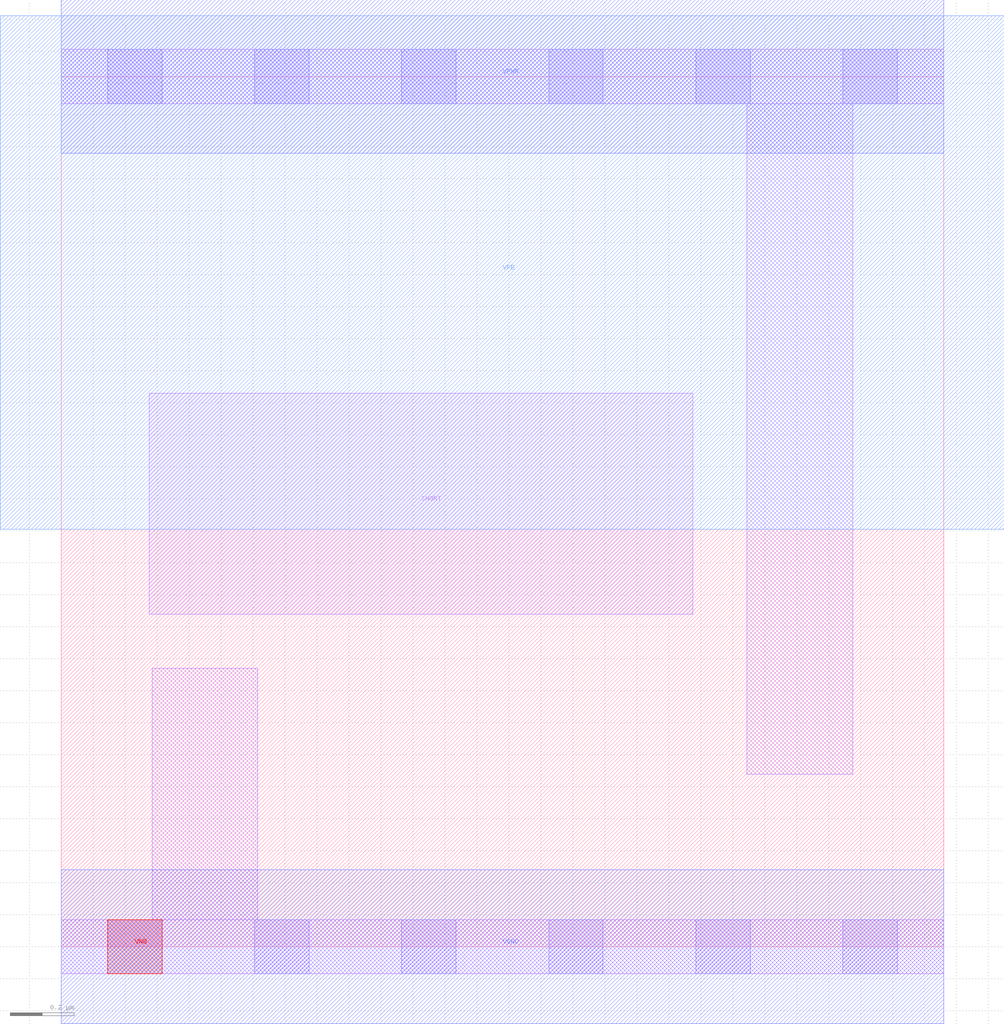
<source format=lef>
# Copyright 2020 The SkyWater PDK Authors
#
# Licensed under the Apache License, Version 2.0 (the "License");
# you may not use this file except in compliance with the License.
# You may obtain a copy of the License at
#
#     https://www.apache.org/licenses/LICENSE-2.0
#
# Unless required by applicable law or agreed to in writing, software
# distributed under the License is distributed on an "AS IS" BASIS,
# WITHOUT WARRANTIES OR CONDITIONS OF ANY KIND, either express or implied.
# See the License for the specific language governing permissions and
# limitations under the License.
#
# SPDX-License-Identifier: Apache-2.0

VERSION 5.7 ;
  NOWIREEXTENSIONATPIN ON ;
  DIVIDERCHAR "/" ;
  BUSBITCHARS "[]" ;
MACRO sky130_fd_sc_hd__lpflow_bleeder_1
  CLASS CORE ;
  FOREIGN sky130_fd_sc_hd__lpflow_bleeder_1 ;
  ORIGIN  0.000000  0.000000 ;
  SIZE  2.760000 BY  2.720000 ;
  SYMMETRY X Y R90 ;
  SITE unithd ;
  PIN SHORT
    ANTENNAGATEAREA  0.270000 ;
    DIRECTION INPUT ;
    USE SIGNAL ;
    PORT
      LAYER li1 ;
        RECT 0.275000 1.040000 1.975000 1.730000 ;
    END
  END SHORT
  PIN VNB
    PORT
      LAYER pwell ;
        RECT 0.145000 -0.085000 0.315000 0.085000 ;
    END
  END VNB
  PIN VPB
    PORT
      LAYER nwell ;
        RECT -0.190000 1.305000 2.950000 2.910000 ;
    END
  END VPB
  PIN VGND
    DIRECTION INOUT ;
    SHAPE ABUTMENT ;
    USE GROUND ;
    PORT
      LAYER met1 ;
        RECT 0.000000 -0.240000 2.760000 0.240000 ;
    END
  END VGND
  PIN VPWR
    DIRECTION INOUT ;
    SHAPE ABUTMENT ;
    USE POWER ;
    PORT
      LAYER met1 ;
        RECT 0.000000 2.480000 2.760000 2.960000 ;
    END
  END VPWR
  OBS
    LAYER li1 ;
      RECT 0.000000 -0.085000 2.760000 0.085000 ;
      RECT 0.000000  2.635000 2.760000 2.805000 ;
      RECT 0.285000  0.085000 0.615000 0.870000 ;
      RECT 2.145000  0.540000 2.475000 2.635000 ;
    LAYER mcon ;
      RECT 0.145000 -0.085000 0.315000 0.085000 ;
      RECT 0.145000  2.635000 0.315000 2.805000 ;
      RECT 0.605000 -0.085000 0.775000 0.085000 ;
      RECT 0.605000  2.635000 0.775000 2.805000 ;
      RECT 1.065000 -0.085000 1.235000 0.085000 ;
      RECT 1.065000  2.635000 1.235000 2.805000 ;
      RECT 1.525000 -0.085000 1.695000 0.085000 ;
      RECT 1.525000  2.635000 1.695000 2.805000 ;
      RECT 1.985000 -0.085000 2.155000 0.085000 ;
      RECT 1.985000  2.635000 2.155000 2.805000 ;
      RECT 2.445000 -0.085000 2.615000 0.085000 ;
      RECT 2.445000  2.635000 2.615000 2.805000 ;
  END
END sky130_fd_sc_hd__lpflow_bleeder_1
END LIBRARY

</source>
